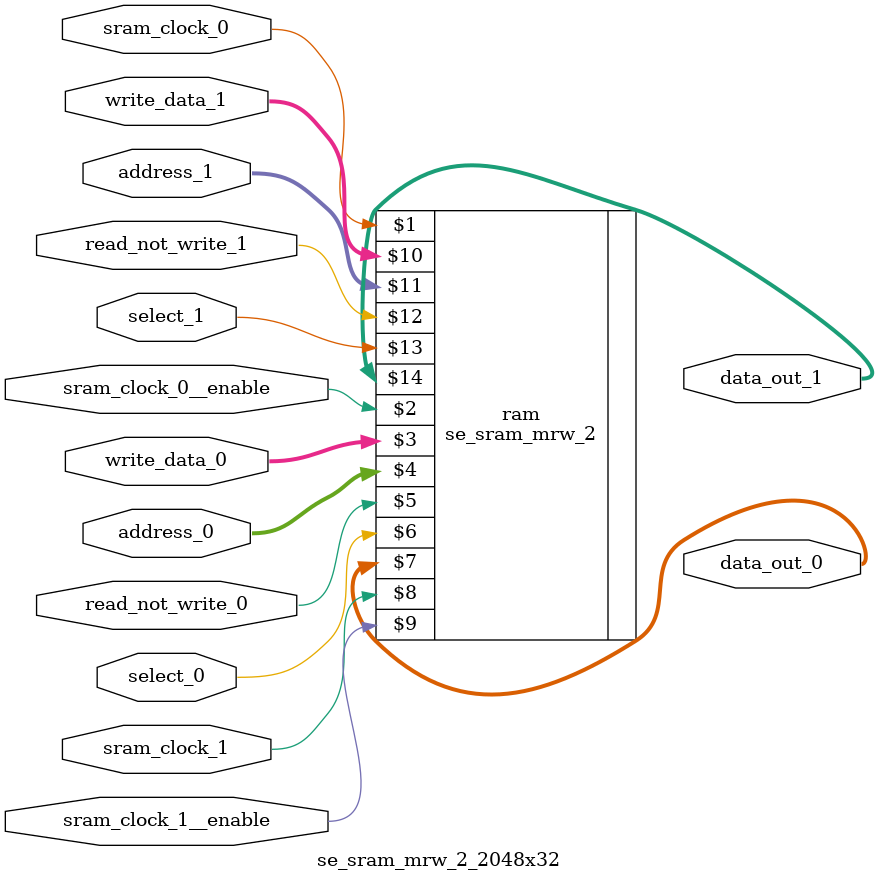
<source format=v>
module se_sram_mrw_2_16384x48(sram_clock_0, sram_clock_0__enable, write_data_0, address_0, read_not_write_0, select_0, data_out_0,
                              sram_clock_1, sram_clock_1__enable, write_data_1, address_1, read_not_write_1, select_1, data_out_1 );
   parameter initfile="",address_width=14,data_width=48;
   input sram_clock_0, sram_clock_0__enable, select_0, read_not_write_0;
   input sram_clock_1, sram_clock_1__enable, select_1, read_not_write_1;
   input [address_width-1:0] address_0, address_1;
   input [data_width-1:0]    write_data_0, write_data_1;
   output [data_width-1:0]   data_out_0, data_out_1;
   se_sram_mrw_2 #(address_width,data_width,initfile) ram(sram_clock_0,sram_clock_0__enable,write_data_0,address_0,read_not_write_0,select_0,data_out_0,
                                                          sram_clock_1,sram_clock_1__enable,write_data_1,address_1,read_not_write_1,select_1,data_out_1 );
endmodule

//m se_sram_mrw_2_16384x8
module se_sram_mrw_2_16384x8(sram_clock_0, sram_clock_0__enable, write_data_0, address_0, read_not_write_0, select_0, data_out_0,
                              sram_clock_1, sram_clock_1__enable, write_data_1, address_1, read_not_write_1, select_1, data_out_1 );
   parameter initfile="",address_width=14,data_width=8;
   input sram_clock_0, sram_clock_0__enable, select_0, read_not_write_0;
   input sram_clock_1, sram_clock_1__enable, select_1, read_not_write_1;
   input [address_width-1:0] address_0, address_1;
   input [data_width-1:0]    write_data_0, write_data_1;
   output [data_width-1:0]   data_out_0, data_out_1;
   se_sram_mrw_2 #(address_width,data_width,initfile) ram(sram_clock_0,sram_clock_0__enable,write_data_0,address_0,read_not_write_0,select_0,data_out_0,
                                                          sram_clock_1,sram_clock_1__enable,write_data_1,address_1,read_not_write_1,select_1,data_out_1 );
endmodule
//m se_sram_mrw_2_16384x32
module se_sram_mrw_2_2048x32(sram_clock_0, sram_clock_0__enable, write_data_0, address_0, read_not_write_0, select_0, data_out_0,
                              sram_clock_1, sram_clock_1__enable, write_data_1, address_1, read_not_write_1, select_1, data_out_1 );
   parameter initfile="",address_width=11,data_width=32;
   input sram_clock_0, sram_clock_0__enable, select_0, read_not_write_0;
   input sram_clock_1, sram_clock_1__enable, select_1, read_not_write_1;
   input [address_width-1:0] address_0, address_1;
   input [data_width-1:0]    write_data_0, write_data_1;
   output [data_width-1:0]   data_out_0, data_out_1;
   se_sram_mrw_2 #(address_width,data_width,initfile) ram(sram_clock_0,sram_clock_0__enable,write_data_0,address_0,read_not_write_0,select_0,data_out_0,
                                                          sram_clock_1,sram_clock_1__enable,write_data_1,address_1,read_not_write_1,select_1,data_out_1 );
endmodule

</source>
